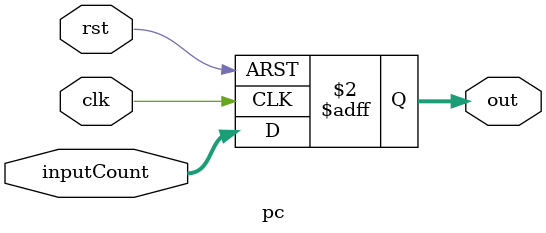
<source format=v>
`timescale 1ns / 1ps
module pc(
    input [7:0] inputCount,
    input clk,
	 input rst,
    output reg [7:0] out
    );
	 
	 always @(posedge clk or posedge rst) begin
		if (rst)
			out <= 8'b00000000;
		else
			out <= inputCount;
	 end

endmodule

</source>
